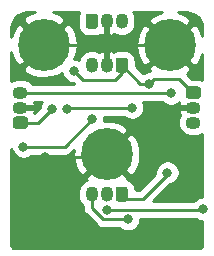
<source format=gbr>
%TF.GenerationSoftware,KiCad,Pcbnew,5.1.10*%
%TF.CreationDate,2021-12-26T17:28:59+01:00*%
%TF.ProjectId,cluster,636c7573-7465-4722-9e6b-696361645f70,rev?*%
%TF.SameCoordinates,Original*%
%TF.FileFunction,Copper,L2,Bot*%
%TF.FilePolarity,Positive*%
%FSLAX46Y46*%
G04 Gerber Fmt 4.6, Leading zero omitted, Abs format (unit mm)*
G04 Created by KiCad (PCBNEW 5.1.10) date 2021-12-26 17:28:59*
%MOMM*%
%LPD*%
G01*
G04 APERTURE LIST*
%TA.AperFunction,ComponentPad*%
%ADD10O,1.300000X1.050000*%
%TD*%
%TA.AperFunction,ComponentPad*%
%ADD11O,1.050000X1.300000*%
%TD*%
%TA.AperFunction,ComponentPad*%
%ADD12C,0.700000*%
%TD*%
%TA.AperFunction,ComponentPad*%
%ADD13C,4.400000*%
%TD*%
%TA.AperFunction,ViaPad*%
%ADD14C,0.800000*%
%TD*%
%TA.AperFunction,Conductor*%
%ADD15C,0.250000*%
%TD*%
%TA.AperFunction,Conductor*%
%ADD16C,0.254000*%
%TD*%
%TA.AperFunction,Conductor*%
%ADD17C,0.100000*%
%TD*%
G04 APERTURE END LIST*
D10*
%TO.P,U5,3*%
%TO.N,Net-(J1-Pad6)*%
X166750000Y-93740000D03*
%TO.P,U5,2*%
%TO.N,GND*%
X166750000Y-95010000D03*
%TO.P,U5,1*%
%TO.N,VCC*%
%TA.AperFunction,ComponentPad*%
G36*
G01*
X167137500Y-96805000D02*
X166362500Y-96805000D01*
G75*
G02*
X166100000Y-96542500I0J262500D01*
G01*
X166100000Y-96017500D01*
G75*
G02*
X166362500Y-95755000I262500J0D01*
G01*
X167137500Y-95755000D01*
G75*
G02*
X167400000Y-96017500I0J-262500D01*
G01*
X167400000Y-96542500D01*
G75*
G02*
X167137500Y-96805000I-262500J0D01*
G01*
G37*
%TD.AperFunction*%
%TD*%
D11*
%TO.P,U4,3*%
%TO.N,Net-(J1-Pad5)*%
X172790000Y-102340000D03*
%TO.P,U4,2*%
%TO.N,GND*%
X174060000Y-102340000D03*
%TO.P,U4,1*%
%TO.N,VCC*%
%TA.AperFunction,ComponentPad*%
G36*
G01*
X175855000Y-101952500D02*
X175855000Y-102727500D01*
G75*
G02*
X175592500Y-102990000I-262500J0D01*
G01*
X175067500Y-102990000D01*
G75*
G02*
X174805000Y-102727500I0J262500D01*
G01*
X174805000Y-101952500D01*
G75*
G02*
X175067500Y-101690000I262500J0D01*
G01*
X175592500Y-101690000D01*
G75*
G02*
X175855000Y-101952500I0J-262500D01*
G01*
G37*
%TD.AperFunction*%
%TD*%
D10*
%TO.P,U3,3*%
%TO.N,Net-(J1-Pad4)*%
X181390000Y-96280000D03*
%TO.P,U3,2*%
%TO.N,GND*%
X181390000Y-95010000D03*
%TO.P,U3,1*%
%TO.N,VCC*%
%TA.AperFunction,ComponentPad*%
G36*
G01*
X181002500Y-93215000D02*
X181777500Y-93215000D01*
G75*
G02*
X182040000Y-93477500I0J-262500D01*
G01*
X182040000Y-94002500D01*
G75*
G02*
X181777500Y-94265000I-262500J0D01*
G01*
X181002500Y-94265000D01*
G75*
G02*
X180740000Y-94002500I0J262500D01*
G01*
X180740000Y-93477500D01*
G75*
G02*
X181002500Y-93215000I262500J0D01*
G01*
G37*
%TD.AperFunction*%
%TD*%
D11*
%TO.P,U2,3*%
%TO.N,Net-(J1-Pad3)*%
X175330000Y-87690000D03*
%TO.P,U2,2*%
%TO.N,GND*%
X174060000Y-87690000D03*
%TO.P,U2,1*%
%TO.N,VCC*%
%TA.AperFunction,ComponentPad*%
G36*
G01*
X172265000Y-88077500D02*
X172265000Y-87302500D01*
G75*
G02*
X172527500Y-87040000I262500J0D01*
G01*
X173052500Y-87040000D01*
G75*
G02*
X173315000Y-87302500I0J-262500D01*
G01*
X173315000Y-88077500D01*
G75*
G02*
X173052500Y-88340000I-262500J0D01*
G01*
X172527500Y-88340000D01*
G75*
G02*
X172265000Y-88077500I0J262500D01*
G01*
G37*
%TD.AperFunction*%
%TD*%
%TO.P,U1,3*%
%TO.N,Net-(J1-Pad2)*%
X172790000Y-91410000D03*
%TO.P,U1,2*%
%TO.N,GND*%
X174060000Y-91410000D03*
%TO.P,U1,1*%
%TO.N,VCC*%
%TA.AperFunction,ComponentPad*%
G36*
G01*
X175855000Y-91022500D02*
X175855000Y-91797500D01*
G75*
G02*
X175592500Y-92060000I-262500J0D01*
G01*
X175067500Y-92060000D01*
G75*
G02*
X174805000Y-91797500I0J262500D01*
G01*
X174805000Y-91022500D01*
G75*
G02*
X175067500Y-90760000I262500J0D01*
G01*
X175592500Y-90760000D01*
G75*
G02*
X175855000Y-91022500I0J-262500D01*
G01*
G37*
%TD.AperFunction*%
%TD*%
D12*
%TO.P,H3,1*%
%TO.N,GND*%
X175226726Y-97803274D03*
X174060000Y-97320000D03*
X172893274Y-97803274D03*
X172410000Y-98970000D03*
X172893274Y-100136726D03*
X174060000Y-100620000D03*
X175226726Y-100136726D03*
X175710000Y-98970000D03*
D13*
X174060000Y-98970000D03*
%TD*%
D12*
%TO.P,H2,1*%
%TO.N,GND*%
X169906726Y-88493274D03*
X168740000Y-88010000D03*
X167573274Y-88493274D03*
X167090000Y-89660000D03*
X167573274Y-90826726D03*
X168740000Y-91310000D03*
X169906726Y-90826726D03*
X170390000Y-89660000D03*
D13*
X168740000Y-89660000D03*
%TD*%
D12*
%TO.P,H1,1*%
%TO.N,GND*%
X180566726Y-88533274D03*
X179400000Y-88050000D03*
X178233274Y-88533274D03*
X177750000Y-89700000D03*
X178233274Y-90866726D03*
X179400000Y-91350000D03*
X180566726Y-90866726D03*
X181050000Y-89700000D03*
D13*
X179400000Y-89700000D03*
%TD*%
D14*
%TO.N,VCC*%
X179200000Y-100500000D03*
X171300000Y-91900000D03*
X169400000Y-95100000D03*
X177674999Y-92974999D03*
%TO.N,Net-(J1-Pad6)*%
X179500000Y-93790000D03*
%TO.N,Net-(J1-Pad5)*%
X175850000Y-104450000D03*
%TO.N,Net-(J1-Pad4)*%
X174100000Y-103700000D03*
X182169980Y-103600000D03*
%TO.N,Net-(J1-Pad3)*%
X176200000Y-95000000D03*
X170700000Y-95100000D03*
%TO.N,Net-(J1-Pad2)*%
X172800000Y-96000000D03*
X167000000Y-98310000D03*
%TO.N,GND*%
X168800000Y-99200000D03*
X178774990Y-95000000D03*
%TD*%
D15*
%TO.N,VCC*%
X179200000Y-100673002D02*
X179200000Y-100500000D01*
X177143003Y-102729999D02*
X179200000Y-100673002D01*
X175729999Y-102729999D02*
X177143003Y-102729999D01*
X175330000Y-102330000D02*
X175729999Y-102729999D01*
X168220000Y-96280000D02*
X169400000Y-95100000D01*
X166750000Y-96280000D02*
X168220000Y-96280000D01*
X175330000Y-91410000D02*
X176894999Y-92974999D01*
X176894999Y-92974999D02*
X177674999Y-92974999D01*
X172070000Y-92670000D02*
X174070000Y-92670000D01*
X171300000Y-91900000D02*
X172070000Y-92670000D01*
X174720000Y-92670000D02*
X174070000Y-92670000D01*
X175330000Y-92060000D02*
X174720000Y-92670000D01*
X175330000Y-91410000D02*
X175330000Y-92060000D01*
X180205000Y-92575000D02*
X181370000Y-93740000D01*
X177674999Y-92974999D02*
X178074998Y-92575000D01*
X178074998Y-92575000D02*
X180205000Y-92575000D01*
%TO.N,Net-(J1-Pad6)*%
X166750000Y-93740000D02*
X179450000Y-93740000D01*
X179450000Y-93740000D02*
X179500000Y-93790000D01*
%TO.N,Net-(J1-Pad5)*%
X173776998Y-104450000D02*
X175850000Y-104450000D01*
X172790000Y-103463002D02*
X173776998Y-104450000D01*
X172790000Y-102340000D02*
X172790000Y-103463002D01*
%TO.N,Net-(J1-Pad4)*%
X174100000Y-103700000D02*
X182069980Y-103700000D01*
X182069980Y-103700000D02*
X182169980Y-103600000D01*
%TO.N,Net-(J1-Pad3)*%
X170800000Y-95000000D02*
X170700000Y-95100000D01*
X176200000Y-95000000D02*
X170800000Y-95000000D01*
%TO.N,Net-(J1-Pad2)*%
X172800000Y-96000000D02*
X170490000Y-98310000D01*
X170490000Y-98310000D02*
X167000000Y-98310000D01*
%TO.N,GND*%
X173830000Y-99200000D02*
X174060000Y-98970000D01*
X168800000Y-99200000D02*
X173830000Y-99200000D01*
X179360000Y-89660000D02*
X179400000Y-89700000D01*
X174060000Y-89740000D02*
X174140000Y-89660000D01*
X174060000Y-91410000D02*
X174060000Y-89740000D01*
X174140000Y-89660000D02*
X179360000Y-89660000D01*
X168740000Y-89660000D02*
X174140000Y-89660000D01*
X178784990Y-95010000D02*
X178774990Y-95000000D01*
X181370000Y-95010000D02*
X178784990Y-95010000D01*
%TD*%
D16*
%TO.N,GND*%
X178840226Y-94593937D02*
X179009744Y-94707205D01*
X179198102Y-94785226D01*
X179398061Y-94825000D01*
X179601939Y-94825000D01*
X179801898Y-94785226D01*
X179990256Y-94707205D01*
X180159774Y-94593937D01*
X180201271Y-94552440D01*
X180146036Y-94704190D01*
X180271837Y-94883000D01*
X180817682Y-94883000D01*
X180826807Y-94885768D01*
X181002500Y-94903072D01*
X181537000Y-94903072D01*
X181537000Y-95120000D01*
X181208021Y-95120000D01*
X181037600Y-95136785D01*
X181036891Y-95137000D01*
X180271837Y-95137000D01*
X180146036Y-95315810D01*
X180210816Y-95493784D01*
X180293880Y-95636067D01*
X180188115Y-95833940D01*
X180121785Y-96052600D01*
X180099388Y-96280000D01*
X180121785Y-96507400D01*
X180188115Y-96726060D01*
X180295829Y-96927579D01*
X180440788Y-97104212D01*
X180617421Y-97249171D01*
X180818940Y-97356885D01*
X181037600Y-97423215D01*
X181208021Y-97440000D01*
X181571979Y-97440000D01*
X181742400Y-97423215D01*
X181961060Y-97356885D01*
X182135000Y-97263912D01*
X182135000Y-102565000D01*
X182068041Y-102565000D01*
X181868082Y-102604774D01*
X181679724Y-102682795D01*
X181510206Y-102796063D01*
X181366269Y-102940000D01*
X178007803Y-102940000D01*
X179440332Y-101507472D01*
X179501898Y-101495226D01*
X179690256Y-101417205D01*
X179859774Y-101303937D01*
X180003937Y-101159774D01*
X180117205Y-100990256D01*
X180195226Y-100801898D01*
X180235000Y-100601939D01*
X180235000Y-100398061D01*
X180195226Y-100198102D01*
X180117205Y-100009744D01*
X180003937Y-99840226D01*
X179859774Y-99696063D01*
X179690256Y-99582795D01*
X179501898Y-99504774D01*
X179301939Y-99465000D01*
X179098061Y-99465000D01*
X178898102Y-99504774D01*
X178709744Y-99582795D01*
X178540226Y-99696063D01*
X178396063Y-99840226D01*
X178282795Y-100009744D01*
X178204774Y-100198102D01*
X178165000Y-100398061D01*
X178165000Y-100601939D01*
X178170187Y-100628014D01*
X176828202Y-101969999D01*
X176493072Y-101969999D01*
X176493072Y-101952500D01*
X176475768Y-101776807D01*
X176424520Y-101607866D01*
X176341298Y-101452169D01*
X176229301Y-101315699D01*
X176092831Y-101203702D01*
X175937134Y-101120480D01*
X175796892Y-101077938D01*
X175870170Y-100959775D01*
X174060000Y-99149605D01*
X172249830Y-100959775D01*
X172357816Y-101133906D01*
X172343941Y-101138115D01*
X172142422Y-101245829D01*
X171965789Y-101390788D01*
X171820829Y-101567421D01*
X171713115Y-101768940D01*
X171646785Y-101987600D01*
X171630000Y-102158021D01*
X171630000Y-102521978D01*
X171646785Y-102692399D01*
X171713115Y-102911059D01*
X171820829Y-103112578D01*
X171965788Y-103289212D01*
X172030001Y-103341910D01*
X172030001Y-103425670D01*
X172026324Y-103463002D01*
X172030001Y-103500335D01*
X172040998Y-103611988D01*
X172051334Y-103646063D01*
X172084454Y-103755248D01*
X172155026Y-103887278D01*
X172214498Y-103959744D01*
X172250000Y-104003003D01*
X172278998Y-104026801D01*
X173213199Y-104961003D01*
X173236997Y-104990001D01*
X173265995Y-105013799D01*
X173352721Y-105084974D01*
X173484751Y-105155546D01*
X173628012Y-105199003D01*
X173739665Y-105210000D01*
X173739675Y-105210000D01*
X173776998Y-105213676D01*
X173814321Y-105210000D01*
X175146289Y-105210000D01*
X175190226Y-105253937D01*
X175359744Y-105367205D01*
X175548102Y-105445226D01*
X175748061Y-105485000D01*
X175951939Y-105485000D01*
X176151898Y-105445226D01*
X176340256Y-105367205D01*
X176509774Y-105253937D01*
X176653937Y-105109774D01*
X176767205Y-104940256D01*
X176845226Y-104751898D01*
X176885000Y-104551939D01*
X176885000Y-104460000D01*
X181594110Y-104460000D01*
X181679724Y-104517205D01*
X181868082Y-104595226D01*
X182068041Y-104635000D01*
X182135000Y-104635000D01*
X182135001Y-106621200D01*
X182126495Y-106707953D01*
X182111745Y-106756807D01*
X182087787Y-106801865D01*
X182055533Y-106841413D01*
X182016215Y-106873939D01*
X181971324Y-106898211D01*
X181922576Y-106913301D01*
X181838225Y-106922167D01*
X166280281Y-106922167D01*
X166193548Y-106913663D01*
X166144694Y-106898913D01*
X166099635Y-106874955D01*
X166060088Y-106842701D01*
X166027561Y-106803382D01*
X166003291Y-106758496D01*
X165988199Y-106709740D01*
X165979334Y-106625402D01*
X165979334Y-98484001D01*
X166004774Y-98611898D01*
X166082795Y-98800256D01*
X166196063Y-98969774D01*
X166340226Y-99113937D01*
X166509744Y-99227205D01*
X166698102Y-99305226D01*
X166898061Y-99345000D01*
X167101939Y-99345000D01*
X167301898Y-99305226D01*
X167490256Y-99227205D01*
X167659774Y-99113937D01*
X167703711Y-99070000D01*
X170452678Y-99070000D01*
X170490000Y-99073676D01*
X170527322Y-99070000D01*
X170527333Y-99070000D01*
X170638986Y-99059003D01*
X170782247Y-99015546D01*
X170914276Y-98944974D01*
X171030001Y-98850001D01*
X171053804Y-98820997D01*
X171244353Y-98630448D01*
X171211322Y-98985174D01*
X171269019Y-99540632D01*
X171433972Y-100074161D01*
X171682982Y-100540024D01*
X172070225Y-100780170D01*
X173880395Y-98970000D01*
X174239605Y-98970000D01*
X176049775Y-100780170D01*
X176437018Y-100540024D01*
X176697641Y-100046123D01*
X176856901Y-99510867D01*
X176908678Y-98954826D01*
X176850981Y-98399368D01*
X176686028Y-97865839D01*
X176437018Y-97399976D01*
X176049775Y-97159830D01*
X174239605Y-98970000D01*
X173880395Y-98970000D01*
X173866253Y-98955858D01*
X174045858Y-98776253D01*
X174060000Y-98790395D01*
X175870170Y-96980225D01*
X175630024Y-96592982D01*
X175136123Y-96332359D01*
X174600867Y-96173099D01*
X174044826Y-96121322D01*
X173826636Y-96143986D01*
X173835000Y-96101939D01*
X173835000Y-95898061D01*
X173807538Y-95760000D01*
X175496289Y-95760000D01*
X175540226Y-95803937D01*
X175709744Y-95917205D01*
X175898102Y-95995226D01*
X176098061Y-96035000D01*
X176301939Y-96035000D01*
X176501898Y-95995226D01*
X176690256Y-95917205D01*
X176859774Y-95803937D01*
X177003937Y-95659774D01*
X177117205Y-95490256D01*
X177195226Y-95301898D01*
X177235000Y-95101939D01*
X177235000Y-94898061D01*
X177195226Y-94698102D01*
X177117205Y-94509744D01*
X177110694Y-94500000D01*
X178746289Y-94500000D01*
X178840226Y-94593937D01*
%TA.AperFunction,Conductor*%
D17*
G36*
X178840226Y-94593937D02*
G01*
X179009744Y-94707205D01*
X179198102Y-94785226D01*
X179398061Y-94825000D01*
X179601939Y-94825000D01*
X179801898Y-94785226D01*
X179990256Y-94707205D01*
X180159774Y-94593937D01*
X180201271Y-94552440D01*
X180146036Y-94704190D01*
X180271837Y-94883000D01*
X180817682Y-94883000D01*
X180826807Y-94885768D01*
X181002500Y-94903072D01*
X181537000Y-94903072D01*
X181537000Y-95120000D01*
X181208021Y-95120000D01*
X181037600Y-95136785D01*
X181036891Y-95137000D01*
X180271837Y-95137000D01*
X180146036Y-95315810D01*
X180210816Y-95493784D01*
X180293880Y-95636067D01*
X180188115Y-95833940D01*
X180121785Y-96052600D01*
X180099388Y-96280000D01*
X180121785Y-96507400D01*
X180188115Y-96726060D01*
X180295829Y-96927579D01*
X180440788Y-97104212D01*
X180617421Y-97249171D01*
X180818940Y-97356885D01*
X181037600Y-97423215D01*
X181208021Y-97440000D01*
X181571979Y-97440000D01*
X181742400Y-97423215D01*
X181961060Y-97356885D01*
X182135000Y-97263912D01*
X182135000Y-102565000D01*
X182068041Y-102565000D01*
X181868082Y-102604774D01*
X181679724Y-102682795D01*
X181510206Y-102796063D01*
X181366269Y-102940000D01*
X178007803Y-102940000D01*
X179440332Y-101507472D01*
X179501898Y-101495226D01*
X179690256Y-101417205D01*
X179859774Y-101303937D01*
X180003937Y-101159774D01*
X180117205Y-100990256D01*
X180195226Y-100801898D01*
X180235000Y-100601939D01*
X180235000Y-100398061D01*
X180195226Y-100198102D01*
X180117205Y-100009744D01*
X180003937Y-99840226D01*
X179859774Y-99696063D01*
X179690256Y-99582795D01*
X179501898Y-99504774D01*
X179301939Y-99465000D01*
X179098061Y-99465000D01*
X178898102Y-99504774D01*
X178709744Y-99582795D01*
X178540226Y-99696063D01*
X178396063Y-99840226D01*
X178282795Y-100009744D01*
X178204774Y-100198102D01*
X178165000Y-100398061D01*
X178165000Y-100601939D01*
X178170187Y-100628014D01*
X176828202Y-101969999D01*
X176493072Y-101969999D01*
X176493072Y-101952500D01*
X176475768Y-101776807D01*
X176424520Y-101607866D01*
X176341298Y-101452169D01*
X176229301Y-101315699D01*
X176092831Y-101203702D01*
X175937134Y-101120480D01*
X175796892Y-101077938D01*
X175870170Y-100959775D01*
X174060000Y-99149605D01*
X172249830Y-100959775D01*
X172357816Y-101133906D01*
X172343941Y-101138115D01*
X172142422Y-101245829D01*
X171965789Y-101390788D01*
X171820829Y-101567421D01*
X171713115Y-101768940D01*
X171646785Y-101987600D01*
X171630000Y-102158021D01*
X171630000Y-102521978D01*
X171646785Y-102692399D01*
X171713115Y-102911059D01*
X171820829Y-103112578D01*
X171965788Y-103289212D01*
X172030001Y-103341910D01*
X172030001Y-103425670D01*
X172026324Y-103463002D01*
X172030001Y-103500335D01*
X172040998Y-103611988D01*
X172051334Y-103646063D01*
X172084454Y-103755248D01*
X172155026Y-103887278D01*
X172214498Y-103959744D01*
X172250000Y-104003003D01*
X172278998Y-104026801D01*
X173213199Y-104961003D01*
X173236997Y-104990001D01*
X173265995Y-105013799D01*
X173352721Y-105084974D01*
X173484751Y-105155546D01*
X173628012Y-105199003D01*
X173739665Y-105210000D01*
X173739675Y-105210000D01*
X173776998Y-105213676D01*
X173814321Y-105210000D01*
X175146289Y-105210000D01*
X175190226Y-105253937D01*
X175359744Y-105367205D01*
X175548102Y-105445226D01*
X175748061Y-105485000D01*
X175951939Y-105485000D01*
X176151898Y-105445226D01*
X176340256Y-105367205D01*
X176509774Y-105253937D01*
X176653937Y-105109774D01*
X176767205Y-104940256D01*
X176845226Y-104751898D01*
X176885000Y-104551939D01*
X176885000Y-104460000D01*
X181594110Y-104460000D01*
X181679724Y-104517205D01*
X181868082Y-104595226D01*
X182068041Y-104635000D01*
X182135000Y-104635000D01*
X182135001Y-106621200D01*
X182126495Y-106707953D01*
X182111745Y-106756807D01*
X182087787Y-106801865D01*
X182055533Y-106841413D01*
X182016215Y-106873939D01*
X181971324Y-106898211D01*
X181922576Y-106913301D01*
X181838225Y-106922167D01*
X166280281Y-106922167D01*
X166193548Y-106913663D01*
X166144694Y-106898913D01*
X166099635Y-106874955D01*
X166060088Y-106842701D01*
X166027561Y-106803382D01*
X166003291Y-106758496D01*
X165988199Y-106709740D01*
X165979334Y-106625402D01*
X165979334Y-98484001D01*
X166004774Y-98611898D01*
X166082795Y-98800256D01*
X166196063Y-98969774D01*
X166340226Y-99113937D01*
X166509744Y-99227205D01*
X166698102Y-99305226D01*
X166898061Y-99345000D01*
X167101939Y-99345000D01*
X167301898Y-99305226D01*
X167490256Y-99227205D01*
X167659774Y-99113937D01*
X167703711Y-99070000D01*
X170452678Y-99070000D01*
X170490000Y-99073676D01*
X170527322Y-99070000D01*
X170527333Y-99070000D01*
X170638986Y-99059003D01*
X170782247Y-99015546D01*
X170914276Y-98944974D01*
X171030001Y-98850001D01*
X171053804Y-98820997D01*
X171244353Y-98630448D01*
X171211322Y-98985174D01*
X171269019Y-99540632D01*
X171433972Y-100074161D01*
X171682982Y-100540024D01*
X172070225Y-100780170D01*
X173880395Y-98970000D01*
X174239605Y-98970000D01*
X176049775Y-100780170D01*
X176437018Y-100540024D01*
X176697641Y-100046123D01*
X176856901Y-99510867D01*
X176908678Y-98954826D01*
X176850981Y-98399368D01*
X176686028Y-97865839D01*
X176437018Y-97399976D01*
X176049775Y-97159830D01*
X174239605Y-98970000D01*
X173880395Y-98970000D01*
X173866253Y-98955858D01*
X174045858Y-98776253D01*
X174060000Y-98790395D01*
X175870170Y-96980225D01*
X175630024Y-96592982D01*
X175136123Y-96332359D01*
X174600867Y-96173099D01*
X174044826Y-96121322D01*
X173826636Y-96143986D01*
X173835000Y-96101939D01*
X173835000Y-95898061D01*
X173807538Y-95760000D01*
X175496289Y-95760000D01*
X175540226Y-95803937D01*
X175709744Y-95917205D01*
X175898102Y-95995226D01*
X176098061Y-96035000D01*
X176301939Y-96035000D01*
X176501898Y-95995226D01*
X176690256Y-95917205D01*
X176859774Y-95803937D01*
X177003937Y-95659774D01*
X177117205Y-95490256D01*
X177195226Y-95301898D01*
X177235000Y-95101939D01*
X177235000Y-94898061D01*
X177195226Y-94698102D01*
X177117205Y-94509744D01*
X177110694Y-94500000D01*
X178746289Y-94500000D01*
X178840226Y-94593937D01*
G37*
%TD.AperFunction*%
D16*
X174166928Y-102487000D02*
X173950000Y-102487000D01*
X173950000Y-102193000D01*
X174166928Y-102193000D01*
X174166928Y-102487000D01*
%TA.AperFunction,Conductor*%
D17*
G36*
X174166928Y-102487000D02*
G01*
X173950000Y-102487000D01*
X173950000Y-102193000D01*
X174166928Y-102193000D01*
X174166928Y-102487000D01*
G37*
%TD.AperFunction*%
D16*
X168482795Y-94609744D02*
X168404774Y-94798102D01*
X168365000Y-94998061D01*
X168365000Y-95060198D01*
X167926055Y-95499144D01*
X167929184Y-95493784D01*
X167993964Y-95315810D01*
X167868163Y-95137000D01*
X167322318Y-95137000D01*
X167313193Y-95134232D01*
X167137500Y-95116928D01*
X166603000Y-95116928D01*
X166603000Y-94900000D01*
X166931979Y-94900000D01*
X167102400Y-94883215D01*
X167103109Y-94883000D01*
X167868163Y-94883000D01*
X167993964Y-94704190D01*
X167929184Y-94526216D01*
X167913879Y-94500000D01*
X168556123Y-94500000D01*
X168482795Y-94609744D01*
%TA.AperFunction,Conductor*%
D17*
G36*
X168482795Y-94609744D02*
G01*
X168404774Y-94798102D01*
X168365000Y-94998061D01*
X168365000Y-95060198D01*
X167926055Y-95499144D01*
X167929184Y-95493784D01*
X167993964Y-95315810D01*
X167868163Y-95137000D01*
X167322318Y-95137000D01*
X167313193Y-95134232D01*
X167137500Y-95116928D01*
X166603000Y-95116928D01*
X166603000Y-94900000D01*
X166931979Y-94900000D01*
X167102400Y-94883215D01*
X167103109Y-94883000D01*
X167868163Y-94883000D01*
X167993964Y-94704190D01*
X167929184Y-94526216D01*
X167913879Y-94500000D01*
X168556123Y-94500000D01*
X168482795Y-94609744D01*
G37*
%TD.AperFunction*%
D16*
X167635839Y-87033972D02*
X167169976Y-87282982D01*
X166929830Y-87670225D01*
X168740000Y-89480395D01*
X170550170Y-87670225D01*
X170310024Y-87282982D01*
X169816123Y-87022359D01*
X169537085Y-86939334D01*
X171705386Y-86939334D01*
X171695480Y-86957866D01*
X171644232Y-87126807D01*
X171626928Y-87302500D01*
X171626928Y-88077500D01*
X171644232Y-88253193D01*
X171695480Y-88422134D01*
X171778702Y-88577831D01*
X171890699Y-88714301D01*
X172027169Y-88826298D01*
X172182866Y-88909520D01*
X172351807Y-88960768D01*
X172527500Y-88978072D01*
X173052500Y-88978072D01*
X173228193Y-88960768D01*
X173397134Y-88909520D01*
X173526690Y-88840271D01*
X173576216Y-88869184D01*
X173754190Y-88933964D01*
X173933000Y-88808163D01*
X173933000Y-88262318D01*
X173935768Y-88253193D01*
X173953072Y-88077500D01*
X173953072Y-87543000D01*
X174170000Y-87543000D01*
X174170000Y-87871979D01*
X174186785Y-88042400D01*
X174187000Y-88043109D01*
X174187000Y-88808163D01*
X174365810Y-88933964D01*
X174543784Y-88869184D01*
X174686067Y-88786120D01*
X174883941Y-88891885D01*
X175102601Y-88958215D01*
X175330000Y-88980612D01*
X175557400Y-88958215D01*
X175776060Y-88891885D01*
X175977579Y-88784171D01*
X176154212Y-88639212D01*
X176299171Y-88462578D01*
X176406885Y-88261059D01*
X176473215Y-88042399D01*
X176490000Y-87871978D01*
X176490000Y-87508021D01*
X176473215Y-87337600D01*
X176406885Y-87118940D01*
X176310884Y-86939334D01*
X178731316Y-86939334D01*
X178295839Y-87073972D01*
X177829976Y-87322982D01*
X177589830Y-87710225D01*
X179400000Y-89520395D01*
X181210170Y-87710225D01*
X180970024Y-87322982D01*
X180476123Y-87062359D01*
X180062649Y-86939334D01*
X180834053Y-86939334D01*
X181115021Y-86966883D01*
X181350712Y-87038042D01*
X181568089Y-87153625D01*
X181758879Y-87309229D01*
X181915811Y-87498927D01*
X182032906Y-87715491D01*
X182105709Y-87950678D01*
X182135001Y-88229371D01*
X182135001Y-88948304D01*
X182026028Y-88595839D01*
X181777018Y-88129976D01*
X181389775Y-87889830D01*
X179579605Y-89700000D01*
X181389775Y-91510170D01*
X181777018Y-91270024D01*
X182037641Y-90776123D01*
X182135001Y-90448907D01*
X182135001Y-92652357D01*
X182122134Y-92645480D01*
X181953193Y-92594232D01*
X181777500Y-92576928D01*
X181281729Y-92576928D01*
X180847376Y-92142575D01*
X180970024Y-92077018D01*
X181210170Y-91689775D01*
X179400000Y-89879605D01*
X177589830Y-91689775D01*
X177721545Y-91902170D01*
X177650773Y-91939999D01*
X177573060Y-91939999D01*
X177373101Y-91979773D01*
X177184743Y-92057794D01*
X177105526Y-92110725D01*
X176493072Y-91498271D01*
X176493072Y-91022500D01*
X176475768Y-90846807D01*
X176424520Y-90677866D01*
X176341298Y-90522169D01*
X176229301Y-90385699D01*
X176092831Y-90273702D01*
X175937134Y-90190480D01*
X175768193Y-90139232D01*
X175592500Y-90121928D01*
X175067500Y-90121928D01*
X174891807Y-90139232D01*
X174722866Y-90190480D01*
X174593310Y-90259729D01*
X174543784Y-90230816D01*
X174365810Y-90166036D01*
X174187000Y-90291837D01*
X174187000Y-90837682D01*
X174184232Y-90846807D01*
X174166928Y-91022500D01*
X174166928Y-91557000D01*
X173950000Y-91557000D01*
X173950000Y-91228022D01*
X173933215Y-91057601D01*
X173933000Y-91056892D01*
X173933000Y-90291837D01*
X173754190Y-90166036D01*
X173576216Y-90230816D01*
X173433933Y-90313880D01*
X173236060Y-90208115D01*
X173017400Y-90141785D01*
X172790000Y-90119388D01*
X172562601Y-90141785D01*
X172343941Y-90208115D01*
X172142422Y-90315829D01*
X171965789Y-90460788D01*
X171820829Y-90637421D01*
X171713115Y-90838940D01*
X171682959Y-90938351D01*
X171601898Y-90904774D01*
X171401939Y-90865000D01*
X171309635Y-90865000D01*
X171377641Y-90736123D01*
X171536901Y-90200867D01*
X171582127Y-89715174D01*
X176551322Y-89715174D01*
X176609019Y-90270632D01*
X176773972Y-90804161D01*
X177022982Y-91270024D01*
X177410225Y-91510170D01*
X179220395Y-89700000D01*
X177410225Y-87889830D01*
X177022982Y-88129976D01*
X176762359Y-88623877D01*
X176603099Y-89159133D01*
X176551322Y-89715174D01*
X171582127Y-89715174D01*
X171588678Y-89644826D01*
X171530981Y-89089368D01*
X171366028Y-88555839D01*
X171117018Y-88089976D01*
X170729775Y-87849830D01*
X168919605Y-89660000D01*
X168933748Y-89674143D01*
X168754143Y-89853748D01*
X168740000Y-89839605D01*
X166929830Y-91649775D01*
X167169976Y-92037018D01*
X167663877Y-92297641D01*
X168199133Y-92456901D01*
X168755174Y-92508678D01*
X169310632Y-92450981D01*
X169844161Y-92286028D01*
X170275634Y-92055400D01*
X170304774Y-92201898D01*
X170382795Y-92390256D01*
X170496063Y-92559774D01*
X170640226Y-92703937D01*
X170809744Y-92817205D01*
X170998102Y-92895226D01*
X171198061Y-92935000D01*
X171260198Y-92935000D01*
X171305198Y-92980000D01*
X167751909Y-92980000D01*
X167699212Y-92915788D01*
X167522579Y-92770829D01*
X167321060Y-92663115D01*
X167102400Y-92596785D01*
X166931979Y-92580000D01*
X166568021Y-92580000D01*
X166397600Y-92596785D01*
X166178940Y-92663115D01*
X165979334Y-92769806D01*
X165979334Y-90328684D01*
X166113972Y-90764161D01*
X166362982Y-91230024D01*
X166750225Y-91470170D01*
X168560395Y-89660000D01*
X166750225Y-87849830D01*
X166362982Y-88089976D01*
X166102359Y-88583877D01*
X165979334Y-88997351D01*
X165979334Y-88240281D01*
X166006883Y-87959313D01*
X166078042Y-87723622D01*
X166193625Y-87506245D01*
X166349229Y-87315455D01*
X166538927Y-87158523D01*
X166755491Y-87041428D01*
X166990678Y-86968625D01*
X167269362Y-86939334D01*
X167941939Y-86939334D01*
X167635839Y-87033972D01*
%TA.AperFunction,Conductor*%
D17*
G36*
X167635839Y-87033972D02*
G01*
X167169976Y-87282982D01*
X166929830Y-87670225D01*
X168740000Y-89480395D01*
X170550170Y-87670225D01*
X170310024Y-87282982D01*
X169816123Y-87022359D01*
X169537085Y-86939334D01*
X171705386Y-86939334D01*
X171695480Y-86957866D01*
X171644232Y-87126807D01*
X171626928Y-87302500D01*
X171626928Y-88077500D01*
X171644232Y-88253193D01*
X171695480Y-88422134D01*
X171778702Y-88577831D01*
X171890699Y-88714301D01*
X172027169Y-88826298D01*
X172182866Y-88909520D01*
X172351807Y-88960768D01*
X172527500Y-88978072D01*
X173052500Y-88978072D01*
X173228193Y-88960768D01*
X173397134Y-88909520D01*
X173526690Y-88840271D01*
X173576216Y-88869184D01*
X173754190Y-88933964D01*
X173933000Y-88808163D01*
X173933000Y-88262318D01*
X173935768Y-88253193D01*
X173953072Y-88077500D01*
X173953072Y-87543000D01*
X174170000Y-87543000D01*
X174170000Y-87871979D01*
X174186785Y-88042400D01*
X174187000Y-88043109D01*
X174187000Y-88808163D01*
X174365810Y-88933964D01*
X174543784Y-88869184D01*
X174686067Y-88786120D01*
X174883941Y-88891885D01*
X175102601Y-88958215D01*
X175330000Y-88980612D01*
X175557400Y-88958215D01*
X175776060Y-88891885D01*
X175977579Y-88784171D01*
X176154212Y-88639212D01*
X176299171Y-88462578D01*
X176406885Y-88261059D01*
X176473215Y-88042399D01*
X176490000Y-87871978D01*
X176490000Y-87508021D01*
X176473215Y-87337600D01*
X176406885Y-87118940D01*
X176310884Y-86939334D01*
X178731316Y-86939334D01*
X178295839Y-87073972D01*
X177829976Y-87322982D01*
X177589830Y-87710225D01*
X179400000Y-89520395D01*
X181210170Y-87710225D01*
X180970024Y-87322982D01*
X180476123Y-87062359D01*
X180062649Y-86939334D01*
X180834053Y-86939334D01*
X181115021Y-86966883D01*
X181350712Y-87038042D01*
X181568089Y-87153625D01*
X181758879Y-87309229D01*
X181915811Y-87498927D01*
X182032906Y-87715491D01*
X182105709Y-87950678D01*
X182135001Y-88229371D01*
X182135001Y-88948304D01*
X182026028Y-88595839D01*
X181777018Y-88129976D01*
X181389775Y-87889830D01*
X179579605Y-89700000D01*
X181389775Y-91510170D01*
X181777018Y-91270024D01*
X182037641Y-90776123D01*
X182135001Y-90448907D01*
X182135001Y-92652357D01*
X182122134Y-92645480D01*
X181953193Y-92594232D01*
X181777500Y-92576928D01*
X181281729Y-92576928D01*
X180847376Y-92142575D01*
X180970024Y-92077018D01*
X181210170Y-91689775D01*
X179400000Y-89879605D01*
X177589830Y-91689775D01*
X177721545Y-91902170D01*
X177650773Y-91939999D01*
X177573060Y-91939999D01*
X177373101Y-91979773D01*
X177184743Y-92057794D01*
X177105526Y-92110725D01*
X176493072Y-91498271D01*
X176493072Y-91022500D01*
X176475768Y-90846807D01*
X176424520Y-90677866D01*
X176341298Y-90522169D01*
X176229301Y-90385699D01*
X176092831Y-90273702D01*
X175937134Y-90190480D01*
X175768193Y-90139232D01*
X175592500Y-90121928D01*
X175067500Y-90121928D01*
X174891807Y-90139232D01*
X174722866Y-90190480D01*
X174593310Y-90259729D01*
X174543784Y-90230816D01*
X174365810Y-90166036D01*
X174187000Y-90291837D01*
X174187000Y-90837682D01*
X174184232Y-90846807D01*
X174166928Y-91022500D01*
X174166928Y-91557000D01*
X173950000Y-91557000D01*
X173950000Y-91228022D01*
X173933215Y-91057601D01*
X173933000Y-91056892D01*
X173933000Y-90291837D01*
X173754190Y-90166036D01*
X173576216Y-90230816D01*
X173433933Y-90313880D01*
X173236060Y-90208115D01*
X173017400Y-90141785D01*
X172790000Y-90119388D01*
X172562601Y-90141785D01*
X172343941Y-90208115D01*
X172142422Y-90315829D01*
X171965789Y-90460788D01*
X171820829Y-90637421D01*
X171713115Y-90838940D01*
X171682959Y-90938351D01*
X171601898Y-90904774D01*
X171401939Y-90865000D01*
X171309635Y-90865000D01*
X171377641Y-90736123D01*
X171536901Y-90200867D01*
X171582127Y-89715174D01*
X176551322Y-89715174D01*
X176609019Y-90270632D01*
X176773972Y-90804161D01*
X177022982Y-91270024D01*
X177410225Y-91510170D01*
X179220395Y-89700000D01*
X177410225Y-87889830D01*
X177022982Y-88129976D01*
X176762359Y-88623877D01*
X176603099Y-89159133D01*
X176551322Y-89715174D01*
X171582127Y-89715174D01*
X171588678Y-89644826D01*
X171530981Y-89089368D01*
X171366028Y-88555839D01*
X171117018Y-88089976D01*
X170729775Y-87849830D01*
X168919605Y-89660000D01*
X168933748Y-89674143D01*
X168754143Y-89853748D01*
X168740000Y-89839605D01*
X166929830Y-91649775D01*
X167169976Y-92037018D01*
X167663877Y-92297641D01*
X168199133Y-92456901D01*
X168755174Y-92508678D01*
X169310632Y-92450981D01*
X169844161Y-92286028D01*
X170275634Y-92055400D01*
X170304774Y-92201898D01*
X170382795Y-92390256D01*
X170496063Y-92559774D01*
X170640226Y-92703937D01*
X170809744Y-92817205D01*
X170998102Y-92895226D01*
X171198061Y-92935000D01*
X171260198Y-92935000D01*
X171305198Y-92980000D01*
X167751909Y-92980000D01*
X167699212Y-92915788D01*
X167522579Y-92770829D01*
X167321060Y-92663115D01*
X167102400Y-92596785D01*
X166931979Y-92580000D01*
X166568021Y-92580000D01*
X166397600Y-92596785D01*
X166178940Y-92663115D01*
X165979334Y-92769806D01*
X165979334Y-90328684D01*
X166113972Y-90764161D01*
X166362982Y-91230024D01*
X166750225Y-91470170D01*
X168560395Y-89660000D01*
X166750225Y-87849830D01*
X166362982Y-88089976D01*
X166102359Y-88583877D01*
X165979334Y-88997351D01*
X165979334Y-88240281D01*
X166006883Y-87959313D01*
X166078042Y-87723622D01*
X166193625Y-87506245D01*
X166349229Y-87315455D01*
X166538927Y-87158523D01*
X166755491Y-87041428D01*
X166990678Y-86968625D01*
X167269362Y-86939334D01*
X167941939Y-86939334D01*
X167635839Y-87033972D01*
G37*
%TD.AperFunction*%
%TD*%
M02*

</source>
